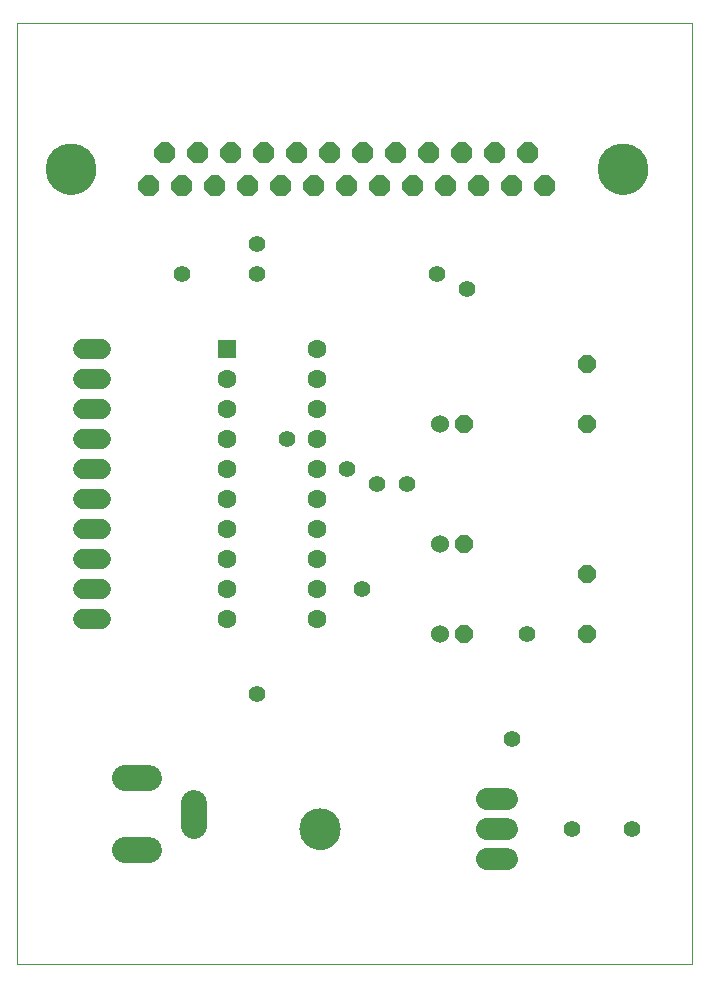
<source format=gts>
G75*
%MOIN*%
%OFA0B0*%
%FSLAX25Y25*%
%IPPOS*%
%LPD*%
%AMOC8*
5,1,8,0,0,1.08239X$1,22.5*
%
%ADD10C,0.00000*%
%ADD11OC8,0.06000*%
%ADD12C,0.06000*%
%ADD13C,0.07400*%
%ADD14C,0.13800*%
%ADD15OC8,0.07000*%
%ADD16C,0.17000*%
%ADD17C,0.08674*%
%ADD18R,0.06300X0.06300*%
%ADD19C,0.06300*%
%ADD20C,0.06800*%
%ADD21C,0.05550*%
D10*
X0001800Y0001800D02*
X0001800Y0315501D01*
X0226721Y0315501D01*
X0226721Y0001800D01*
X0001800Y0001800D01*
X0096300Y0046800D02*
X0096302Y0046961D01*
X0096308Y0047121D01*
X0096318Y0047282D01*
X0096332Y0047442D01*
X0096350Y0047602D01*
X0096371Y0047761D01*
X0096397Y0047920D01*
X0096427Y0048078D01*
X0096460Y0048235D01*
X0096498Y0048392D01*
X0096539Y0048547D01*
X0096584Y0048701D01*
X0096633Y0048854D01*
X0096686Y0049006D01*
X0096742Y0049157D01*
X0096803Y0049306D01*
X0096866Y0049454D01*
X0096934Y0049600D01*
X0097005Y0049744D01*
X0097079Y0049886D01*
X0097157Y0050027D01*
X0097239Y0050165D01*
X0097324Y0050302D01*
X0097412Y0050436D01*
X0097504Y0050568D01*
X0097599Y0050698D01*
X0097697Y0050826D01*
X0097798Y0050951D01*
X0097902Y0051073D01*
X0098009Y0051193D01*
X0098119Y0051310D01*
X0098232Y0051425D01*
X0098348Y0051536D01*
X0098467Y0051645D01*
X0098588Y0051750D01*
X0098712Y0051853D01*
X0098838Y0051953D01*
X0098966Y0052049D01*
X0099097Y0052142D01*
X0099231Y0052232D01*
X0099366Y0052319D01*
X0099504Y0052402D01*
X0099643Y0052482D01*
X0099785Y0052558D01*
X0099928Y0052631D01*
X0100073Y0052700D01*
X0100220Y0052766D01*
X0100368Y0052828D01*
X0100518Y0052886D01*
X0100669Y0052941D01*
X0100822Y0052992D01*
X0100976Y0053039D01*
X0101131Y0053082D01*
X0101287Y0053121D01*
X0101443Y0053157D01*
X0101601Y0053188D01*
X0101759Y0053216D01*
X0101918Y0053240D01*
X0102078Y0053260D01*
X0102238Y0053276D01*
X0102398Y0053288D01*
X0102559Y0053296D01*
X0102720Y0053300D01*
X0102880Y0053300D01*
X0103041Y0053296D01*
X0103202Y0053288D01*
X0103362Y0053276D01*
X0103522Y0053260D01*
X0103682Y0053240D01*
X0103841Y0053216D01*
X0103999Y0053188D01*
X0104157Y0053157D01*
X0104313Y0053121D01*
X0104469Y0053082D01*
X0104624Y0053039D01*
X0104778Y0052992D01*
X0104931Y0052941D01*
X0105082Y0052886D01*
X0105232Y0052828D01*
X0105380Y0052766D01*
X0105527Y0052700D01*
X0105672Y0052631D01*
X0105815Y0052558D01*
X0105957Y0052482D01*
X0106096Y0052402D01*
X0106234Y0052319D01*
X0106369Y0052232D01*
X0106503Y0052142D01*
X0106634Y0052049D01*
X0106762Y0051953D01*
X0106888Y0051853D01*
X0107012Y0051750D01*
X0107133Y0051645D01*
X0107252Y0051536D01*
X0107368Y0051425D01*
X0107481Y0051310D01*
X0107591Y0051193D01*
X0107698Y0051073D01*
X0107802Y0050951D01*
X0107903Y0050826D01*
X0108001Y0050698D01*
X0108096Y0050568D01*
X0108188Y0050436D01*
X0108276Y0050302D01*
X0108361Y0050165D01*
X0108443Y0050027D01*
X0108521Y0049886D01*
X0108595Y0049744D01*
X0108666Y0049600D01*
X0108734Y0049454D01*
X0108797Y0049306D01*
X0108858Y0049157D01*
X0108914Y0049006D01*
X0108967Y0048854D01*
X0109016Y0048701D01*
X0109061Y0048547D01*
X0109102Y0048392D01*
X0109140Y0048235D01*
X0109173Y0048078D01*
X0109203Y0047920D01*
X0109229Y0047761D01*
X0109250Y0047602D01*
X0109268Y0047442D01*
X0109282Y0047282D01*
X0109292Y0047121D01*
X0109298Y0046961D01*
X0109300Y0046800D01*
X0109298Y0046639D01*
X0109292Y0046479D01*
X0109282Y0046318D01*
X0109268Y0046158D01*
X0109250Y0045998D01*
X0109229Y0045839D01*
X0109203Y0045680D01*
X0109173Y0045522D01*
X0109140Y0045365D01*
X0109102Y0045208D01*
X0109061Y0045053D01*
X0109016Y0044899D01*
X0108967Y0044746D01*
X0108914Y0044594D01*
X0108858Y0044443D01*
X0108797Y0044294D01*
X0108734Y0044146D01*
X0108666Y0044000D01*
X0108595Y0043856D01*
X0108521Y0043714D01*
X0108443Y0043573D01*
X0108361Y0043435D01*
X0108276Y0043298D01*
X0108188Y0043164D01*
X0108096Y0043032D01*
X0108001Y0042902D01*
X0107903Y0042774D01*
X0107802Y0042649D01*
X0107698Y0042527D01*
X0107591Y0042407D01*
X0107481Y0042290D01*
X0107368Y0042175D01*
X0107252Y0042064D01*
X0107133Y0041955D01*
X0107012Y0041850D01*
X0106888Y0041747D01*
X0106762Y0041647D01*
X0106634Y0041551D01*
X0106503Y0041458D01*
X0106369Y0041368D01*
X0106234Y0041281D01*
X0106096Y0041198D01*
X0105957Y0041118D01*
X0105815Y0041042D01*
X0105672Y0040969D01*
X0105527Y0040900D01*
X0105380Y0040834D01*
X0105232Y0040772D01*
X0105082Y0040714D01*
X0104931Y0040659D01*
X0104778Y0040608D01*
X0104624Y0040561D01*
X0104469Y0040518D01*
X0104313Y0040479D01*
X0104157Y0040443D01*
X0103999Y0040412D01*
X0103841Y0040384D01*
X0103682Y0040360D01*
X0103522Y0040340D01*
X0103362Y0040324D01*
X0103202Y0040312D01*
X0103041Y0040304D01*
X0102880Y0040300D01*
X0102720Y0040300D01*
X0102559Y0040304D01*
X0102398Y0040312D01*
X0102238Y0040324D01*
X0102078Y0040340D01*
X0101918Y0040360D01*
X0101759Y0040384D01*
X0101601Y0040412D01*
X0101443Y0040443D01*
X0101287Y0040479D01*
X0101131Y0040518D01*
X0100976Y0040561D01*
X0100822Y0040608D01*
X0100669Y0040659D01*
X0100518Y0040714D01*
X0100368Y0040772D01*
X0100220Y0040834D01*
X0100073Y0040900D01*
X0099928Y0040969D01*
X0099785Y0041042D01*
X0099643Y0041118D01*
X0099504Y0041198D01*
X0099366Y0041281D01*
X0099231Y0041368D01*
X0099097Y0041458D01*
X0098966Y0041551D01*
X0098838Y0041647D01*
X0098712Y0041747D01*
X0098588Y0041850D01*
X0098467Y0041955D01*
X0098348Y0042064D01*
X0098232Y0042175D01*
X0098119Y0042290D01*
X0098009Y0042407D01*
X0097902Y0042527D01*
X0097798Y0042649D01*
X0097697Y0042774D01*
X0097599Y0042902D01*
X0097504Y0043032D01*
X0097412Y0043164D01*
X0097324Y0043298D01*
X0097239Y0043435D01*
X0097157Y0043573D01*
X0097079Y0043714D01*
X0097005Y0043856D01*
X0096934Y0044000D01*
X0096866Y0044146D01*
X0096803Y0044294D01*
X0096742Y0044443D01*
X0096686Y0044594D01*
X0096633Y0044746D01*
X0096584Y0044899D01*
X0096539Y0045053D01*
X0096498Y0045208D01*
X0096460Y0045365D01*
X0096427Y0045522D01*
X0096397Y0045680D01*
X0096371Y0045839D01*
X0096350Y0045998D01*
X0096332Y0046158D01*
X0096318Y0046318D01*
X0096308Y0046479D01*
X0096302Y0046639D01*
X0096300Y0046800D01*
X0011700Y0266800D02*
X0011702Y0266999D01*
X0011710Y0267197D01*
X0011722Y0267396D01*
X0011739Y0267594D01*
X0011761Y0267792D01*
X0011788Y0267989D01*
X0011819Y0268185D01*
X0011856Y0268380D01*
X0011897Y0268575D01*
X0011943Y0268768D01*
X0011993Y0268960D01*
X0012049Y0269151D01*
X0012109Y0269341D01*
X0012173Y0269529D01*
X0012243Y0269715D01*
X0012317Y0269900D01*
X0012395Y0270082D01*
X0012478Y0270263D01*
X0012565Y0270442D01*
X0012656Y0270618D01*
X0012752Y0270792D01*
X0012852Y0270964D01*
X0012957Y0271133D01*
X0013065Y0271300D01*
X0013178Y0271464D01*
X0013294Y0271625D01*
X0013414Y0271783D01*
X0013539Y0271939D01*
X0013667Y0272091D01*
X0013798Y0272240D01*
X0013934Y0272385D01*
X0014072Y0272528D01*
X0014215Y0272666D01*
X0014360Y0272802D01*
X0014509Y0272933D01*
X0014661Y0273061D01*
X0014817Y0273186D01*
X0014975Y0273306D01*
X0015136Y0273422D01*
X0015300Y0273535D01*
X0015467Y0273643D01*
X0015636Y0273748D01*
X0015808Y0273848D01*
X0015982Y0273944D01*
X0016158Y0274035D01*
X0016337Y0274122D01*
X0016518Y0274205D01*
X0016700Y0274283D01*
X0016885Y0274357D01*
X0017071Y0274427D01*
X0017259Y0274491D01*
X0017449Y0274551D01*
X0017640Y0274607D01*
X0017832Y0274657D01*
X0018025Y0274703D01*
X0018220Y0274744D01*
X0018415Y0274781D01*
X0018611Y0274812D01*
X0018808Y0274839D01*
X0019006Y0274861D01*
X0019204Y0274878D01*
X0019403Y0274890D01*
X0019601Y0274898D01*
X0019800Y0274900D01*
X0019999Y0274898D01*
X0020197Y0274890D01*
X0020396Y0274878D01*
X0020594Y0274861D01*
X0020792Y0274839D01*
X0020989Y0274812D01*
X0021185Y0274781D01*
X0021380Y0274744D01*
X0021575Y0274703D01*
X0021768Y0274657D01*
X0021960Y0274607D01*
X0022151Y0274551D01*
X0022341Y0274491D01*
X0022529Y0274427D01*
X0022715Y0274357D01*
X0022900Y0274283D01*
X0023082Y0274205D01*
X0023263Y0274122D01*
X0023442Y0274035D01*
X0023618Y0273944D01*
X0023792Y0273848D01*
X0023964Y0273748D01*
X0024133Y0273643D01*
X0024300Y0273535D01*
X0024464Y0273422D01*
X0024625Y0273306D01*
X0024783Y0273186D01*
X0024939Y0273061D01*
X0025091Y0272933D01*
X0025240Y0272802D01*
X0025385Y0272666D01*
X0025528Y0272528D01*
X0025666Y0272385D01*
X0025802Y0272240D01*
X0025933Y0272091D01*
X0026061Y0271939D01*
X0026186Y0271783D01*
X0026306Y0271625D01*
X0026422Y0271464D01*
X0026535Y0271300D01*
X0026643Y0271133D01*
X0026748Y0270964D01*
X0026848Y0270792D01*
X0026944Y0270618D01*
X0027035Y0270442D01*
X0027122Y0270263D01*
X0027205Y0270082D01*
X0027283Y0269900D01*
X0027357Y0269715D01*
X0027427Y0269529D01*
X0027491Y0269341D01*
X0027551Y0269151D01*
X0027607Y0268960D01*
X0027657Y0268768D01*
X0027703Y0268575D01*
X0027744Y0268380D01*
X0027781Y0268185D01*
X0027812Y0267989D01*
X0027839Y0267792D01*
X0027861Y0267594D01*
X0027878Y0267396D01*
X0027890Y0267197D01*
X0027898Y0266999D01*
X0027900Y0266800D01*
X0027898Y0266601D01*
X0027890Y0266403D01*
X0027878Y0266204D01*
X0027861Y0266006D01*
X0027839Y0265808D01*
X0027812Y0265611D01*
X0027781Y0265415D01*
X0027744Y0265220D01*
X0027703Y0265025D01*
X0027657Y0264832D01*
X0027607Y0264640D01*
X0027551Y0264449D01*
X0027491Y0264259D01*
X0027427Y0264071D01*
X0027357Y0263885D01*
X0027283Y0263700D01*
X0027205Y0263518D01*
X0027122Y0263337D01*
X0027035Y0263158D01*
X0026944Y0262982D01*
X0026848Y0262808D01*
X0026748Y0262636D01*
X0026643Y0262467D01*
X0026535Y0262300D01*
X0026422Y0262136D01*
X0026306Y0261975D01*
X0026186Y0261817D01*
X0026061Y0261661D01*
X0025933Y0261509D01*
X0025802Y0261360D01*
X0025666Y0261215D01*
X0025528Y0261072D01*
X0025385Y0260934D01*
X0025240Y0260798D01*
X0025091Y0260667D01*
X0024939Y0260539D01*
X0024783Y0260414D01*
X0024625Y0260294D01*
X0024464Y0260178D01*
X0024300Y0260065D01*
X0024133Y0259957D01*
X0023964Y0259852D01*
X0023792Y0259752D01*
X0023618Y0259656D01*
X0023442Y0259565D01*
X0023263Y0259478D01*
X0023082Y0259395D01*
X0022900Y0259317D01*
X0022715Y0259243D01*
X0022529Y0259173D01*
X0022341Y0259109D01*
X0022151Y0259049D01*
X0021960Y0258993D01*
X0021768Y0258943D01*
X0021575Y0258897D01*
X0021380Y0258856D01*
X0021185Y0258819D01*
X0020989Y0258788D01*
X0020792Y0258761D01*
X0020594Y0258739D01*
X0020396Y0258722D01*
X0020197Y0258710D01*
X0019999Y0258702D01*
X0019800Y0258700D01*
X0019601Y0258702D01*
X0019403Y0258710D01*
X0019204Y0258722D01*
X0019006Y0258739D01*
X0018808Y0258761D01*
X0018611Y0258788D01*
X0018415Y0258819D01*
X0018220Y0258856D01*
X0018025Y0258897D01*
X0017832Y0258943D01*
X0017640Y0258993D01*
X0017449Y0259049D01*
X0017259Y0259109D01*
X0017071Y0259173D01*
X0016885Y0259243D01*
X0016700Y0259317D01*
X0016518Y0259395D01*
X0016337Y0259478D01*
X0016158Y0259565D01*
X0015982Y0259656D01*
X0015808Y0259752D01*
X0015636Y0259852D01*
X0015467Y0259957D01*
X0015300Y0260065D01*
X0015136Y0260178D01*
X0014975Y0260294D01*
X0014817Y0260414D01*
X0014661Y0260539D01*
X0014509Y0260667D01*
X0014360Y0260798D01*
X0014215Y0260934D01*
X0014072Y0261072D01*
X0013934Y0261215D01*
X0013798Y0261360D01*
X0013667Y0261509D01*
X0013539Y0261661D01*
X0013414Y0261817D01*
X0013294Y0261975D01*
X0013178Y0262136D01*
X0013065Y0262300D01*
X0012957Y0262467D01*
X0012852Y0262636D01*
X0012752Y0262808D01*
X0012656Y0262982D01*
X0012565Y0263158D01*
X0012478Y0263337D01*
X0012395Y0263518D01*
X0012317Y0263700D01*
X0012243Y0263885D01*
X0012173Y0264071D01*
X0012109Y0264259D01*
X0012049Y0264449D01*
X0011993Y0264640D01*
X0011943Y0264832D01*
X0011897Y0265025D01*
X0011856Y0265220D01*
X0011819Y0265415D01*
X0011788Y0265611D01*
X0011761Y0265808D01*
X0011739Y0266006D01*
X0011722Y0266204D01*
X0011710Y0266403D01*
X0011702Y0266601D01*
X0011700Y0266800D01*
X0195700Y0266800D02*
X0195702Y0266999D01*
X0195710Y0267197D01*
X0195722Y0267396D01*
X0195739Y0267594D01*
X0195761Y0267792D01*
X0195788Y0267989D01*
X0195819Y0268185D01*
X0195856Y0268380D01*
X0195897Y0268575D01*
X0195943Y0268768D01*
X0195993Y0268960D01*
X0196049Y0269151D01*
X0196109Y0269341D01*
X0196173Y0269529D01*
X0196243Y0269715D01*
X0196317Y0269900D01*
X0196395Y0270082D01*
X0196478Y0270263D01*
X0196565Y0270442D01*
X0196656Y0270618D01*
X0196752Y0270792D01*
X0196852Y0270964D01*
X0196957Y0271133D01*
X0197065Y0271300D01*
X0197178Y0271464D01*
X0197294Y0271625D01*
X0197414Y0271783D01*
X0197539Y0271939D01*
X0197667Y0272091D01*
X0197798Y0272240D01*
X0197934Y0272385D01*
X0198072Y0272528D01*
X0198215Y0272666D01*
X0198360Y0272802D01*
X0198509Y0272933D01*
X0198661Y0273061D01*
X0198817Y0273186D01*
X0198975Y0273306D01*
X0199136Y0273422D01*
X0199300Y0273535D01*
X0199467Y0273643D01*
X0199636Y0273748D01*
X0199808Y0273848D01*
X0199982Y0273944D01*
X0200158Y0274035D01*
X0200337Y0274122D01*
X0200518Y0274205D01*
X0200700Y0274283D01*
X0200885Y0274357D01*
X0201071Y0274427D01*
X0201259Y0274491D01*
X0201449Y0274551D01*
X0201640Y0274607D01*
X0201832Y0274657D01*
X0202025Y0274703D01*
X0202220Y0274744D01*
X0202415Y0274781D01*
X0202611Y0274812D01*
X0202808Y0274839D01*
X0203006Y0274861D01*
X0203204Y0274878D01*
X0203403Y0274890D01*
X0203601Y0274898D01*
X0203800Y0274900D01*
X0203999Y0274898D01*
X0204197Y0274890D01*
X0204396Y0274878D01*
X0204594Y0274861D01*
X0204792Y0274839D01*
X0204989Y0274812D01*
X0205185Y0274781D01*
X0205380Y0274744D01*
X0205575Y0274703D01*
X0205768Y0274657D01*
X0205960Y0274607D01*
X0206151Y0274551D01*
X0206341Y0274491D01*
X0206529Y0274427D01*
X0206715Y0274357D01*
X0206900Y0274283D01*
X0207082Y0274205D01*
X0207263Y0274122D01*
X0207442Y0274035D01*
X0207618Y0273944D01*
X0207792Y0273848D01*
X0207964Y0273748D01*
X0208133Y0273643D01*
X0208300Y0273535D01*
X0208464Y0273422D01*
X0208625Y0273306D01*
X0208783Y0273186D01*
X0208939Y0273061D01*
X0209091Y0272933D01*
X0209240Y0272802D01*
X0209385Y0272666D01*
X0209528Y0272528D01*
X0209666Y0272385D01*
X0209802Y0272240D01*
X0209933Y0272091D01*
X0210061Y0271939D01*
X0210186Y0271783D01*
X0210306Y0271625D01*
X0210422Y0271464D01*
X0210535Y0271300D01*
X0210643Y0271133D01*
X0210748Y0270964D01*
X0210848Y0270792D01*
X0210944Y0270618D01*
X0211035Y0270442D01*
X0211122Y0270263D01*
X0211205Y0270082D01*
X0211283Y0269900D01*
X0211357Y0269715D01*
X0211427Y0269529D01*
X0211491Y0269341D01*
X0211551Y0269151D01*
X0211607Y0268960D01*
X0211657Y0268768D01*
X0211703Y0268575D01*
X0211744Y0268380D01*
X0211781Y0268185D01*
X0211812Y0267989D01*
X0211839Y0267792D01*
X0211861Y0267594D01*
X0211878Y0267396D01*
X0211890Y0267197D01*
X0211898Y0266999D01*
X0211900Y0266800D01*
X0211898Y0266601D01*
X0211890Y0266403D01*
X0211878Y0266204D01*
X0211861Y0266006D01*
X0211839Y0265808D01*
X0211812Y0265611D01*
X0211781Y0265415D01*
X0211744Y0265220D01*
X0211703Y0265025D01*
X0211657Y0264832D01*
X0211607Y0264640D01*
X0211551Y0264449D01*
X0211491Y0264259D01*
X0211427Y0264071D01*
X0211357Y0263885D01*
X0211283Y0263700D01*
X0211205Y0263518D01*
X0211122Y0263337D01*
X0211035Y0263158D01*
X0210944Y0262982D01*
X0210848Y0262808D01*
X0210748Y0262636D01*
X0210643Y0262467D01*
X0210535Y0262300D01*
X0210422Y0262136D01*
X0210306Y0261975D01*
X0210186Y0261817D01*
X0210061Y0261661D01*
X0209933Y0261509D01*
X0209802Y0261360D01*
X0209666Y0261215D01*
X0209528Y0261072D01*
X0209385Y0260934D01*
X0209240Y0260798D01*
X0209091Y0260667D01*
X0208939Y0260539D01*
X0208783Y0260414D01*
X0208625Y0260294D01*
X0208464Y0260178D01*
X0208300Y0260065D01*
X0208133Y0259957D01*
X0207964Y0259852D01*
X0207792Y0259752D01*
X0207618Y0259656D01*
X0207442Y0259565D01*
X0207263Y0259478D01*
X0207082Y0259395D01*
X0206900Y0259317D01*
X0206715Y0259243D01*
X0206529Y0259173D01*
X0206341Y0259109D01*
X0206151Y0259049D01*
X0205960Y0258993D01*
X0205768Y0258943D01*
X0205575Y0258897D01*
X0205380Y0258856D01*
X0205185Y0258819D01*
X0204989Y0258788D01*
X0204792Y0258761D01*
X0204594Y0258739D01*
X0204396Y0258722D01*
X0204197Y0258710D01*
X0203999Y0258702D01*
X0203800Y0258700D01*
X0203601Y0258702D01*
X0203403Y0258710D01*
X0203204Y0258722D01*
X0203006Y0258739D01*
X0202808Y0258761D01*
X0202611Y0258788D01*
X0202415Y0258819D01*
X0202220Y0258856D01*
X0202025Y0258897D01*
X0201832Y0258943D01*
X0201640Y0258993D01*
X0201449Y0259049D01*
X0201259Y0259109D01*
X0201071Y0259173D01*
X0200885Y0259243D01*
X0200700Y0259317D01*
X0200518Y0259395D01*
X0200337Y0259478D01*
X0200158Y0259565D01*
X0199982Y0259656D01*
X0199808Y0259752D01*
X0199636Y0259852D01*
X0199467Y0259957D01*
X0199300Y0260065D01*
X0199136Y0260178D01*
X0198975Y0260294D01*
X0198817Y0260414D01*
X0198661Y0260539D01*
X0198509Y0260667D01*
X0198360Y0260798D01*
X0198215Y0260934D01*
X0198072Y0261072D01*
X0197934Y0261215D01*
X0197798Y0261360D01*
X0197667Y0261509D01*
X0197539Y0261661D01*
X0197414Y0261817D01*
X0197294Y0261975D01*
X0197178Y0262136D01*
X0197065Y0262300D01*
X0196957Y0262467D01*
X0196852Y0262636D01*
X0196752Y0262808D01*
X0196656Y0262982D01*
X0196565Y0263158D01*
X0196478Y0263337D01*
X0196395Y0263518D01*
X0196317Y0263700D01*
X0196243Y0263885D01*
X0196173Y0264071D01*
X0196109Y0264259D01*
X0196049Y0264449D01*
X0195993Y0264640D01*
X0195943Y0264832D01*
X0195897Y0265025D01*
X0195856Y0265220D01*
X0195819Y0265415D01*
X0195788Y0265611D01*
X0195761Y0265808D01*
X0195739Y0266006D01*
X0195722Y0266204D01*
X0195710Y0266403D01*
X0195702Y0266601D01*
X0195700Y0266800D01*
D11*
X0191800Y0201800D03*
X0191800Y0181800D03*
X0191800Y0131800D03*
X0191800Y0111800D03*
X0150800Y0111800D03*
X0150800Y0141800D03*
X0150800Y0181800D03*
D12*
X0142800Y0181800D03*
X0142800Y0141800D03*
X0142800Y0111800D03*
D13*
X0158500Y0056800D02*
X0165100Y0056800D01*
X0165100Y0046800D02*
X0158500Y0046800D01*
X0158500Y0036800D02*
X0165100Y0036800D01*
D14*
X0102800Y0046800D03*
D15*
X0100800Y0261300D03*
X0095300Y0272300D03*
X0089800Y0261300D03*
X0084300Y0272300D03*
X0078800Y0261300D03*
X0073300Y0272300D03*
X0067800Y0261300D03*
X0062300Y0272300D03*
X0056800Y0261300D03*
X0051300Y0272300D03*
X0045800Y0261300D03*
X0106300Y0272300D03*
X0111800Y0261300D03*
X0117300Y0272300D03*
X0122800Y0261300D03*
X0128300Y0272300D03*
X0133800Y0261300D03*
X0139300Y0272300D03*
X0144800Y0261300D03*
X0150300Y0272300D03*
X0155800Y0261300D03*
X0161300Y0272300D03*
X0166800Y0261300D03*
X0172300Y0272300D03*
X0177800Y0261300D03*
D16*
X0203800Y0266800D03*
X0019800Y0266800D03*
D17*
X0037863Y0064005D02*
X0045737Y0064005D01*
X0060698Y0055737D02*
X0060698Y0047863D01*
X0045737Y0039989D02*
X0037863Y0039989D01*
D18*
X0071800Y0206800D03*
D19*
X0071800Y0196800D03*
X0071800Y0186800D03*
X0071800Y0176800D03*
X0071800Y0166800D03*
X0071800Y0156800D03*
X0071800Y0146800D03*
X0071800Y0136800D03*
X0071800Y0126800D03*
X0071800Y0116800D03*
X0101800Y0116800D03*
X0101800Y0126800D03*
X0101800Y0136800D03*
X0101800Y0146800D03*
X0101800Y0156800D03*
X0101800Y0166800D03*
X0101800Y0176800D03*
X0101800Y0186800D03*
X0101800Y0196800D03*
X0101800Y0206800D03*
D20*
X0029800Y0206800D02*
X0023800Y0206800D01*
X0023800Y0196800D02*
X0029800Y0196800D01*
X0029800Y0186800D02*
X0023800Y0186800D01*
X0023800Y0176800D02*
X0029800Y0176800D01*
X0029800Y0166800D02*
X0023800Y0166800D01*
X0023800Y0156800D02*
X0029800Y0156800D01*
X0029800Y0146800D02*
X0023800Y0146800D01*
X0023800Y0136800D02*
X0029800Y0136800D01*
X0029800Y0126800D02*
X0023800Y0126800D01*
X0023800Y0116800D02*
X0029800Y0116800D01*
D21*
X0081800Y0091800D03*
X0116800Y0126800D03*
X0121800Y0161800D03*
X0131800Y0161800D03*
X0111800Y0166800D03*
X0091800Y0176800D03*
X0081800Y0231800D03*
X0081800Y0241800D03*
X0056800Y0231800D03*
X0141800Y0231800D03*
X0151800Y0226800D03*
X0171800Y0111800D03*
X0166800Y0076800D03*
X0186800Y0046800D03*
X0206800Y0046800D03*
M02*

</source>
